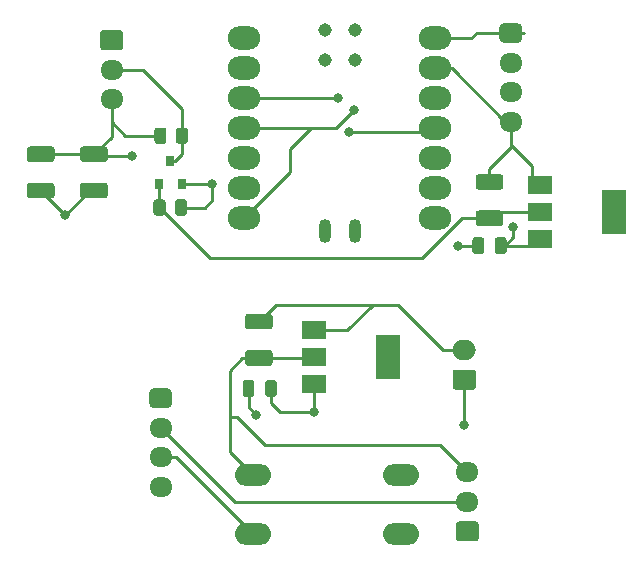
<source format=gtl>
%TF.GenerationSoftware,KiCad,Pcbnew,5.1.7-a382d34a8~88~ubuntu20.04.1*%
%TF.CreationDate,2021-07-04T15:14:18-05:00*%
%TF.ProjectId,led-backlight,6c65642d-6261-4636-9b6c-696768742e6b,rev?*%
%TF.SameCoordinates,Original*%
%TF.FileFunction,Copper,L1,Top*%
%TF.FilePolarity,Positive*%
%FSLAX46Y46*%
G04 Gerber Fmt 4.6, Leading zero omitted, Abs format (unit mm)*
G04 Created by KiCad (PCBNEW 5.1.7-a382d34a8~88~ubuntu20.04.1) date 2021-07-04 15:14:18*
%MOMM*%
%LPD*%
G01*
G04 APERTURE LIST*
%TA.AperFunction,SMDPad,CuDef*%
%ADD10R,2.000000X1.500000*%
%TD*%
%TA.AperFunction,SMDPad,CuDef*%
%ADD11R,2.000000X3.800000*%
%TD*%
%TA.AperFunction,ComponentPad*%
%ADD12O,2.000000X1.700000*%
%TD*%
%TA.AperFunction,ComponentPad*%
%ADD13O,1.950000X1.700000*%
%TD*%
%TA.AperFunction,SMDPad,CuDef*%
%ADD14C,1.143000*%
%TD*%
%TA.AperFunction,SMDPad,CuDef*%
%ADD15O,1.016000X2.032000*%
%TD*%
%TA.AperFunction,SMDPad,CuDef*%
%ADD16O,2.748280X1.998980*%
%TD*%
%TA.AperFunction,ComponentPad*%
%ADD17O,3.048000X1.850000*%
%TD*%
%TA.AperFunction,SMDPad,CuDef*%
%ADD18R,0.800000X0.900000*%
%TD*%
%TA.AperFunction,ViaPad*%
%ADD19C,0.800000*%
%TD*%
%TA.AperFunction,Conductor*%
%ADD20C,0.250000*%
%TD*%
G04 APERTURE END LIST*
D10*
%TO.P,U1,1*%
%TO.N,GND*%
X208525000Y-109300000D03*
%TO.P,U1,3*%
%TO.N,+5V*%
X208525000Y-113900000D03*
%TO.P,U1,2*%
%TO.N,/mcu_board/+3V*%
X208525000Y-111600000D03*
D11*
X214825000Y-111600000D03*
%TD*%
D12*
%TO.P,J4,2*%
%TO.N,GND*%
X202150000Y-123275000D03*
%TO.P,J4,1*%
%TO.N,+5V*%
%TA.AperFunction,ComponentPad*%
G36*
G01*
X202900100Y-126625000D02*
X201399900Y-126625000D01*
G75*
G02*
X201150000Y-126375100I0J249900D01*
G01*
X201150000Y-125174900D01*
G75*
G02*
X201399900Y-124925000I249900J0D01*
G01*
X202900100Y-124925000D01*
G75*
G02*
X203150000Y-125174900I0J-249900D01*
G01*
X203150000Y-126375100D01*
G75*
G02*
X202900100Y-126625000I-249900J0D01*
G01*
G37*
%TD.AperFunction*%
%TD*%
%TO.P,J3,1*%
%TO.N,+5V*%
%TA.AperFunction,ComponentPad*%
G36*
G01*
X175875000Y-126500000D02*
X176975000Y-126500000D01*
G75*
G02*
X177400000Y-126925000I0J-425000D01*
G01*
X177400000Y-127775000D01*
G75*
G02*
X176975000Y-128200000I-425000J0D01*
G01*
X175875000Y-128200000D01*
G75*
G02*
X175450000Y-127775000I0J425000D01*
G01*
X175450000Y-126925000D01*
G75*
G02*
X175875000Y-126500000I425000J0D01*
G01*
G37*
%TD.AperFunction*%
D13*
%TO.P,J3,2*%
%TO.N,/mcu_board/mode_ref*%
X176425000Y-129850000D03*
%TO.P,J3,3*%
%TO.N,/mcu_board/mode_btn*%
X176425000Y-132350000D03*
%TO.P,J3,4*%
%TO.N,GND*%
X176425000Y-134850000D03*
%TD*%
%TO.P,J2,4*%
%TO.N,+5V*%
%TA.AperFunction,ComponentPad*%
G36*
G01*
X206625000Y-97275000D02*
X205525000Y-97275000D01*
G75*
G02*
X205100000Y-96850000I0J425000D01*
G01*
X205100000Y-96000000D01*
G75*
G02*
X205525000Y-95575000I425000J0D01*
G01*
X206625000Y-95575000D01*
G75*
G02*
X207050000Y-96000000I0J-425000D01*
G01*
X207050000Y-96850000D01*
G75*
G02*
X206625000Y-97275000I-425000J0D01*
G01*
G37*
%TD.AperFunction*%
%TO.P,J2,3*%
%TO.N,/mcu_board/mode_ref*%
X206075000Y-98925000D03*
%TO.P,J2,2*%
%TO.N,/mcu_board/mode_btn*%
X206075000Y-101425000D03*
%TO.P,J2,1*%
%TO.N,GND*%
X206075000Y-103925000D03*
%TD*%
%TO.P,C1,2*%
%TO.N,GND*%
%TA.AperFunction,SMDPad,CuDef*%
G36*
G01*
X205199576Y-109700000D02*
X203350424Y-109700000D01*
G75*
G02*
X203100000Y-109449576I0J250424D01*
G01*
X203100000Y-108625424D01*
G75*
G02*
X203350424Y-108375000I250424J0D01*
G01*
X205199576Y-108375000D01*
G75*
G02*
X205450000Y-108625424I0J-250424D01*
G01*
X205450000Y-109449576D01*
G75*
G02*
X205199576Y-109700000I-250424J0D01*
G01*
G37*
%TD.AperFunction*%
%TO.P,C1,1*%
%TO.N,/mcu_board/+3V*%
%TA.AperFunction,SMDPad,CuDef*%
G36*
G01*
X205200001Y-112775000D02*
X203349999Y-112775000D01*
G75*
G02*
X203100000Y-112525001I0J249999D01*
G01*
X203100000Y-111699999D01*
G75*
G02*
X203349999Y-111450000I249999J0D01*
G01*
X205200001Y-111450000D01*
G75*
G02*
X205450000Y-111699999I0J-249999D01*
G01*
X205450000Y-112525001D01*
G75*
G02*
X205200001Y-112775000I-249999J0D01*
G01*
G37*
%TD.AperFunction*%
%TD*%
D14*
%TO.P,U2,20*%
%TO.N,Net-(U2-Pad20)*%
X192913803Y-98735813D03*
%TO.P,U2,19*%
%TO.N,Net-(U2-Pad19)*%
X190373803Y-98735813D03*
%TO.P,U2,18*%
%TO.N,Net-(U2-Pad18)*%
X192913803Y-96195813D03*
%TO.P,U2,17*%
%TO.N,Net-(U2-Pad17)*%
X190373803Y-96195813D03*
D15*
%TO.P,U2,16*%
%TO.N,Net-(U2-Pad16)*%
X192925000Y-113200000D03*
%TO.P,U2,15*%
%TO.N,Net-(U2-Pad15)*%
X190375000Y-113200000D03*
D16*
%TO.P,U2,1*%
%TO.N,Net-(U2-Pad1)*%
X183508120Y-96882180D03*
%TO.P,U2,2*%
%TO.N,Net-(U2-Pad2)*%
X183508120Y-99422180D03*
%TO.P,U2,3*%
%TO.N,/mcu_board/mode_ref*%
X183508120Y-101962180D03*
%TO.P,U2,4*%
%TO.N,/mcu_board/mode_btn*%
X183508120Y-104502180D03*
%TO.P,U2,5*%
%TO.N,Net-(U2-Pad5)*%
X183508120Y-107042180D03*
%TO.P,U2,6*%
%TO.N,Net-(U2-Pad6)*%
X183508120Y-109582180D03*
%TO.P,U2,7*%
%TO.N,/mcu_board/mode_btn*%
X183508120Y-112122180D03*
%TO.P,U2,8*%
%TO.N,Net-(U2-Pad8)*%
X199672680Y-112122180D03*
%TO.P,U2,9*%
%TO.N,Net-(U2-Pad9)*%
X199672680Y-109582180D03*
%TO.P,U2,10*%
%TO.N,Net-(U2-Pad10)*%
X199672680Y-107042180D03*
%TO.P,U2,11*%
%TO.N,/mcu_board/DataLow*%
X199672680Y-104502180D03*
%TO.P,U2,12*%
%TO.N,Net-(U2-Pad12)*%
X199672680Y-101962180D03*
%TO.P,U2,13*%
%TO.N,GND*%
X199672680Y-99422180D03*
%TO.P,U2,14*%
%TO.N,+5V*%
X199672680Y-96882180D03*
%TD*%
D10*
%TO.P,U3,1*%
%TO.N,GND*%
X189375000Y-121575000D03*
%TO.P,U3,3*%
%TO.N,+5V*%
X189375000Y-126175000D03*
%TO.P,U3,2*%
%TO.N,/mcu_board/mode_btn*%
X189375000Y-123875000D03*
D11*
X195675000Y-123875000D03*
%TD*%
D17*
%TO.P,SW1,2*%
%TO.N,/mcu_board/mode_btn*%
X184250000Y-138850000D03*
%TO.P,SW1,1*%
X184250000Y-133850000D03*
%TO.P,SW1,2*%
X196750000Y-138850000D03*
%TO.P,SW1,1*%
X196750000Y-133850000D03*
%TD*%
D13*
%TO.P,RV1,3*%
%TO.N,/mcu_board/mode_btn*%
X202400000Y-133625000D03*
%TO.P,RV1,2*%
%TO.N,/mcu_board/mode_ref*%
X202400000Y-136125000D03*
%TO.P,RV1,1*%
%TO.N,GND*%
%TA.AperFunction,ComponentPad*%
G36*
G01*
X203125000Y-139475000D02*
X201675000Y-139475000D01*
G75*
G02*
X201425000Y-139225000I0J250000D01*
G01*
X201425000Y-138025000D01*
G75*
G02*
X201675000Y-137775000I250000J0D01*
G01*
X203125000Y-137775000D01*
G75*
G02*
X203375000Y-138025000I0J-250000D01*
G01*
X203375000Y-139225000D01*
G75*
G02*
X203125000Y-139475000I-250000J0D01*
G01*
G37*
%TD.AperFunction*%
%TD*%
%TO.P,R2,2*%
%TO.N,/mcu_board/DataHigh*%
%TA.AperFunction,SMDPad,CuDef*%
G36*
G01*
X177725000Y-105575001D02*
X177725000Y-104674999D01*
G75*
G02*
X177974999Y-104425000I249999J0D01*
G01*
X178500001Y-104425000D01*
G75*
G02*
X178750000Y-104674999I0J-249999D01*
G01*
X178750000Y-105575001D01*
G75*
G02*
X178500001Y-105825000I-249999J0D01*
G01*
X177974999Y-105825000D01*
G75*
G02*
X177725000Y-105575001I0J249999D01*
G01*
G37*
%TD.AperFunction*%
%TO.P,R2,1*%
%TO.N,+5V*%
%TA.AperFunction,SMDPad,CuDef*%
G36*
G01*
X175900000Y-105575001D02*
X175900000Y-104674999D01*
G75*
G02*
X176149999Y-104425000I249999J0D01*
G01*
X176675001Y-104425000D01*
G75*
G02*
X176925000Y-104674999I0J-249999D01*
G01*
X176925000Y-105575001D01*
G75*
G02*
X176675001Y-105825000I-249999J0D01*
G01*
X176149999Y-105825000D01*
G75*
G02*
X175900000Y-105575001I0J249999D01*
G01*
G37*
%TD.AperFunction*%
%TD*%
%TO.P,R1,2*%
%TO.N,/mcu_board/DataLow*%
%TA.AperFunction,SMDPad,CuDef*%
G36*
G01*
X177650000Y-111650001D02*
X177650000Y-110749999D01*
G75*
G02*
X177899999Y-110500000I249999J0D01*
G01*
X178425001Y-110500000D01*
G75*
G02*
X178675000Y-110749999I0J-249999D01*
G01*
X178675000Y-111650001D01*
G75*
G02*
X178425001Y-111900000I-249999J0D01*
G01*
X177899999Y-111900000D01*
G75*
G02*
X177650000Y-111650001I0J249999D01*
G01*
G37*
%TD.AperFunction*%
%TO.P,R1,1*%
%TO.N,/mcu_board/+3V*%
%TA.AperFunction,SMDPad,CuDef*%
G36*
G01*
X175825000Y-111650001D02*
X175825000Y-110749999D01*
G75*
G02*
X176074999Y-110500000I249999J0D01*
G01*
X176600001Y-110500000D01*
G75*
G02*
X176850000Y-110749999I0J-249999D01*
G01*
X176850000Y-111650001D01*
G75*
G02*
X176600001Y-111900000I-249999J0D01*
G01*
X176074999Y-111900000D01*
G75*
G02*
X175825000Y-111650001I0J249999D01*
G01*
G37*
%TD.AperFunction*%
%TD*%
D18*
%TO.P,Q1,3*%
%TO.N,/mcu_board/DataHigh*%
X177250000Y-107225000D03*
%TO.P,Q1,2*%
%TO.N,/mcu_board/DataLow*%
X178200000Y-109225000D03*
%TO.P,Q1,1*%
%TO.N,/mcu_board/+3V*%
X176300000Y-109225000D03*
%TD*%
D13*
%TO.P,J1,3*%
%TO.N,+5V*%
X172275000Y-102025000D03*
%TO.P,J1,2*%
%TO.N,/mcu_board/DataHigh*%
X172275000Y-99525000D03*
%TO.P,J1,1*%
%TO.N,GND*%
%TA.AperFunction,ComponentPad*%
G36*
G01*
X171550000Y-96175000D02*
X173000000Y-96175000D01*
G75*
G02*
X173250000Y-96425000I0J-250000D01*
G01*
X173250000Y-97625000D01*
G75*
G02*
X173000000Y-97875000I-250000J0D01*
G01*
X171550000Y-97875000D01*
G75*
G02*
X171300000Y-97625000I0J250000D01*
G01*
X171300000Y-96425000D01*
G75*
G02*
X171550000Y-96175000I250000J0D01*
G01*
G37*
%TD.AperFunction*%
%TD*%
%TO.P,C6,2*%
%TO.N,+5V*%
%TA.AperFunction,SMDPad,CuDef*%
G36*
G01*
X185275000Y-127000000D02*
X185275000Y-126050000D01*
G75*
G02*
X185525000Y-125800000I250000J0D01*
G01*
X186025000Y-125800000D01*
G75*
G02*
X186275000Y-126050000I0J-250000D01*
G01*
X186275000Y-127000000D01*
G75*
G02*
X186025000Y-127250000I-250000J0D01*
G01*
X185525000Y-127250000D01*
G75*
G02*
X185275000Y-127000000I0J250000D01*
G01*
G37*
%TD.AperFunction*%
%TO.P,C6,1*%
%TO.N,GND*%
%TA.AperFunction,SMDPad,CuDef*%
G36*
G01*
X183375000Y-127000000D02*
X183375000Y-126050000D01*
G75*
G02*
X183625000Y-125800000I250000J0D01*
G01*
X184125000Y-125800000D01*
G75*
G02*
X184375000Y-126050000I0J-250000D01*
G01*
X184375000Y-127000000D01*
G75*
G02*
X184125000Y-127250000I-250000J0D01*
G01*
X183625000Y-127250000D01*
G75*
G02*
X183375000Y-127000000I0J250000D01*
G01*
G37*
%TD.AperFunction*%
%TD*%
%TO.P,C5,2*%
%TO.N,GND*%
%TA.AperFunction,SMDPad,CuDef*%
G36*
G01*
X185675001Y-121525000D02*
X183824999Y-121525000D01*
G75*
G02*
X183575000Y-121275001I0J249999D01*
G01*
X183575000Y-120449999D01*
G75*
G02*
X183824999Y-120200000I249999J0D01*
G01*
X185675001Y-120200000D01*
G75*
G02*
X185925000Y-120449999I0J-249999D01*
G01*
X185925000Y-121275001D01*
G75*
G02*
X185675001Y-121525000I-249999J0D01*
G01*
G37*
%TD.AperFunction*%
%TO.P,C5,1*%
%TO.N,/mcu_board/mode_btn*%
%TA.AperFunction,SMDPad,CuDef*%
G36*
G01*
X185675001Y-124600000D02*
X183824999Y-124600000D01*
G75*
G02*
X183575000Y-124350001I0J249999D01*
G01*
X183575000Y-123524999D01*
G75*
G02*
X183824999Y-123275000I249999J0D01*
G01*
X185675001Y-123275000D01*
G75*
G02*
X185925000Y-123524999I0J-249999D01*
G01*
X185925000Y-124350001D01*
G75*
G02*
X185675001Y-124600000I-249999J0D01*
G01*
G37*
%TD.AperFunction*%
%TD*%
%TO.P,C4,2*%
%TO.N,GND*%
%TA.AperFunction,SMDPad,CuDef*%
G36*
G01*
X169849999Y-109100000D02*
X171700001Y-109100000D01*
G75*
G02*
X171950000Y-109349999I0J-249999D01*
G01*
X171950000Y-110175001D01*
G75*
G02*
X171700001Y-110425000I-249999J0D01*
G01*
X169849999Y-110425000D01*
G75*
G02*
X169600000Y-110175001I0J249999D01*
G01*
X169600000Y-109349999D01*
G75*
G02*
X169849999Y-109100000I249999J0D01*
G01*
G37*
%TD.AperFunction*%
%TO.P,C4,1*%
%TO.N,+5V*%
%TA.AperFunction,SMDPad,CuDef*%
G36*
G01*
X169849999Y-106025000D02*
X171700001Y-106025000D01*
G75*
G02*
X171950000Y-106274999I0J-249999D01*
G01*
X171950000Y-107100001D01*
G75*
G02*
X171700001Y-107350000I-249999J0D01*
G01*
X169849999Y-107350000D01*
G75*
G02*
X169600000Y-107100001I0J249999D01*
G01*
X169600000Y-106274999D01*
G75*
G02*
X169849999Y-106025000I249999J0D01*
G01*
G37*
%TD.AperFunction*%
%TD*%
%TO.P,C3,2*%
%TO.N,GND*%
%TA.AperFunction,SMDPad,CuDef*%
G36*
G01*
X165349999Y-109100000D02*
X167200001Y-109100000D01*
G75*
G02*
X167450000Y-109349999I0J-249999D01*
G01*
X167450000Y-110175001D01*
G75*
G02*
X167200001Y-110425000I-249999J0D01*
G01*
X165349999Y-110425000D01*
G75*
G02*
X165100000Y-110175001I0J249999D01*
G01*
X165100000Y-109349999D01*
G75*
G02*
X165349999Y-109100000I249999J0D01*
G01*
G37*
%TD.AperFunction*%
%TO.P,C3,1*%
%TO.N,+5V*%
%TA.AperFunction,SMDPad,CuDef*%
G36*
G01*
X165349999Y-106025000D02*
X167200001Y-106025000D01*
G75*
G02*
X167450000Y-106274999I0J-249999D01*
G01*
X167450000Y-107100001D01*
G75*
G02*
X167200001Y-107350000I-249999J0D01*
G01*
X165349999Y-107350000D01*
G75*
G02*
X165100000Y-107100001I0J249999D01*
G01*
X165100000Y-106274999D01*
G75*
G02*
X165349999Y-106025000I249999J0D01*
G01*
G37*
%TD.AperFunction*%
%TD*%
%TO.P,C2,2*%
%TO.N,+5V*%
%TA.AperFunction,SMDPad,CuDef*%
G36*
G01*
X204725000Y-114900000D02*
X204725000Y-113950000D01*
G75*
G02*
X204975000Y-113700000I250000J0D01*
G01*
X205475000Y-113700000D01*
G75*
G02*
X205725000Y-113950000I0J-250000D01*
G01*
X205725000Y-114900000D01*
G75*
G02*
X205475000Y-115150000I-250000J0D01*
G01*
X204975000Y-115150000D01*
G75*
G02*
X204725000Y-114900000I0J250000D01*
G01*
G37*
%TD.AperFunction*%
%TO.P,C2,1*%
%TO.N,GND*%
%TA.AperFunction,SMDPad,CuDef*%
G36*
G01*
X202825000Y-114900000D02*
X202825000Y-113950000D01*
G75*
G02*
X203075000Y-113700000I250000J0D01*
G01*
X203575000Y-113700000D01*
G75*
G02*
X203825000Y-113950000I0J-250000D01*
G01*
X203825000Y-114900000D01*
G75*
G02*
X203575000Y-115150000I-250000J0D01*
G01*
X203075000Y-115150000D01*
G75*
G02*
X202825000Y-114900000I0J250000D01*
G01*
G37*
%TD.AperFunction*%
%TD*%
D19*
%TO.N,GND*%
X168375000Y-111850000D03*
X184500000Y-128725000D03*
X201575000Y-114450000D03*
%TO.N,+5V*%
X202075000Y-129600000D03*
X189450000Y-128475000D03*
X174025000Y-106875000D03*
X206275000Y-112875000D03*
%TO.N,/mcu_board/mode_btn*%
X192825000Y-102975000D03*
%TO.N,/mcu_board/mode_ref*%
X191450000Y-101925000D03*
%TO.N,/mcu_board/DataLow*%
X180800000Y-109200000D03*
X192375000Y-104775000D03*
%TD*%
D20*
%TO.N,GND*%
X206075000Y-103925000D02*
X206075000Y-105925000D01*
X199672680Y-99422180D02*
X201097180Y-99422180D01*
X205600000Y-103925000D02*
X206075000Y-103925000D01*
X201097180Y-99422180D02*
X205600000Y-103925000D01*
X168362500Y-111850000D02*
X168375000Y-111850000D01*
X166275000Y-109762500D02*
X168362500Y-111850000D01*
X170462500Y-109762500D02*
X170775000Y-109762500D01*
X168375000Y-111850000D02*
X170462500Y-109762500D01*
X183875000Y-128100000D02*
X184500000Y-128725000D01*
X183875000Y-126525000D02*
X183875000Y-128100000D01*
X202150000Y-123275000D02*
X200375000Y-123275000D01*
X200375000Y-123275000D02*
X196525000Y-119425000D01*
X186187500Y-119425000D02*
X184750000Y-120862500D01*
X192250000Y-121575000D02*
X194400000Y-119425000D01*
X189375000Y-121575000D02*
X192250000Y-121575000D01*
X194400000Y-119425000D02*
X186187500Y-119425000D01*
X196525000Y-119425000D02*
X194400000Y-119425000D01*
X204275000Y-107900000D02*
X206162500Y-106012500D01*
X204275000Y-109037500D02*
X204275000Y-107900000D01*
X206162500Y-106012500D02*
X207875000Y-107725000D01*
X206075000Y-105925000D02*
X206162500Y-106012500D01*
X207875000Y-108650000D02*
X208525000Y-109300000D01*
X207875000Y-107725000D02*
X207875000Y-108650000D01*
X201600000Y-114425000D02*
X201575000Y-114450000D01*
X203325000Y-114425000D02*
X201600000Y-114425000D01*
%TO.N,+5V*%
X202150000Y-129525000D02*
X202075000Y-129600000D01*
X202150000Y-125675000D02*
X202150000Y-129525000D01*
X189450000Y-126250000D02*
X189375000Y-126175000D01*
X189450000Y-128475000D02*
X189450000Y-126250000D01*
X189025000Y-126525000D02*
X189375000Y-126175000D01*
X199672680Y-96882180D02*
X202742820Y-96882180D01*
X203200000Y-96425000D02*
X206075000Y-96425000D01*
X202742820Y-96882180D02*
X203200000Y-96425000D01*
X166275000Y-106687500D02*
X170775000Y-106687500D01*
X172275000Y-105187500D02*
X170775000Y-106687500D01*
X173400000Y-105125000D02*
X172275000Y-104000000D01*
X176412500Y-105125000D02*
X173400000Y-105125000D01*
X172275000Y-104000000D02*
X172275000Y-105187500D01*
X172275000Y-102025000D02*
X172275000Y-104000000D01*
X206075000Y-96425000D02*
X207200000Y-96425000D01*
X208000000Y-114425000D02*
X208525000Y-113900000D01*
X205225000Y-114425000D02*
X208000000Y-114425000D01*
X170962500Y-106875000D02*
X170775000Y-106687500D01*
X174025000Y-106875000D02*
X170962500Y-106875000D01*
X185775000Y-126525000D02*
X185775000Y-127725000D01*
X186525000Y-128475000D02*
X189450000Y-128475000D01*
X185775000Y-127725000D02*
X186525000Y-128475000D01*
X206275000Y-112875000D02*
X206275000Y-113725000D01*
X205575000Y-114425000D02*
X205225000Y-114425000D01*
X206275000Y-113725000D02*
X205575000Y-114425000D01*
%TO.N,/mcu_board/mode_btn*%
X189312500Y-123937500D02*
X189375000Y-123875000D01*
X184750000Y-123937500D02*
X189312500Y-123937500D01*
X192825000Y-102975000D02*
X191297820Y-104502180D01*
X183508120Y-112122180D02*
X187400000Y-108230300D01*
X187400000Y-108230300D02*
X187400000Y-106275000D01*
X187400000Y-106275000D02*
X189172820Y-104502180D01*
X189172820Y-104502180D02*
X183508120Y-104502180D01*
X191297820Y-104502180D02*
X189172820Y-104502180D01*
X184750000Y-123937500D02*
X183362500Y-123937500D01*
X183362500Y-123937500D02*
X182300000Y-125000000D01*
X182300000Y-131900000D02*
X184250000Y-133850000D01*
X177750000Y-132350000D02*
X184250000Y-138850000D01*
X176425000Y-132350000D02*
X177750000Y-132350000D01*
X182300000Y-128900000D02*
X182900000Y-128900000D01*
X182300000Y-125000000D02*
X182300000Y-128900000D01*
X182300000Y-128900000D02*
X182300000Y-131900000D01*
X182900000Y-128900000D02*
X185275000Y-131275000D01*
X200050000Y-131275000D02*
X202400000Y-133625000D01*
X185275000Y-131275000D02*
X200050000Y-131275000D01*
%TO.N,/mcu_board/DataHigh*%
X172275000Y-99525000D02*
X174900000Y-99525000D01*
X178237500Y-102862500D02*
X178237500Y-105125000D01*
X174900000Y-99525000D02*
X178237500Y-102862500D01*
X177250000Y-107225000D02*
X177650000Y-107225000D01*
X178237500Y-106637500D02*
X178237500Y-105125000D01*
X177650000Y-107225000D02*
X178237500Y-106637500D01*
%TO.N,/mcu_board/mode_ref*%
X191412820Y-101962180D02*
X191450000Y-101925000D01*
X183508120Y-101962180D02*
X191412820Y-101962180D01*
X182700000Y-136125000D02*
X176425000Y-129850000D01*
X202400000Y-136125000D02*
X182700000Y-136125000D01*
%TO.N,/mcu_board/DataLow*%
X180775000Y-109225000D02*
X180800000Y-109200000D01*
X178200000Y-109225000D02*
X180775000Y-109225000D01*
X199399860Y-104775000D02*
X199672680Y-104502180D01*
X192375000Y-104775000D02*
X199399860Y-104775000D01*
X178200000Y-111162500D02*
X178162500Y-111200000D01*
X180800000Y-109200000D02*
X180800000Y-110600000D01*
X180200000Y-111200000D02*
X178162500Y-111200000D01*
X180800000Y-110600000D02*
X180200000Y-111200000D01*
%TO.N,/mcu_board/+3V*%
X176300000Y-111162500D02*
X176337500Y-111200000D01*
X176300000Y-109225000D02*
X176300000Y-111162500D01*
X180612510Y-115475010D02*
X176337500Y-111200000D01*
X204787500Y-111600000D02*
X204275000Y-112112500D01*
X208525000Y-111600000D02*
X204787500Y-111600000D01*
X198567625Y-115475010D02*
X180612510Y-115475010D01*
X201930135Y-112112500D02*
X198567625Y-115475010D01*
X204275000Y-112112500D02*
X201930135Y-112112500D01*
%TD*%
M02*

</source>
